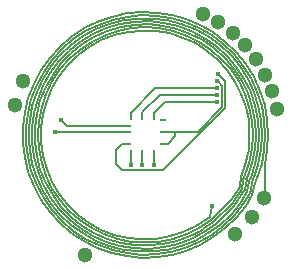
<source format=gbr>
G04 #@! TF.GenerationSoftware,KiCad,Pcbnew,5.0.2-bee76a0~70~ubuntu18.04.1*
G04 #@! TF.CreationDate,2019-07-03T17:26:22+02:00*
G04 #@! TF.ProjectId,lower_Sensor,6c6f7765-725f-4536-956e-736f722e6b69,rev?*
G04 #@! TF.SameCoordinates,Original*
G04 #@! TF.FileFunction,Copper,L2,Bot*
G04 #@! TF.FilePolarity,Positive*
%FSLAX46Y46*%
G04 Gerber Fmt 4.6, Leading zero omitted, Abs format (unit mm)*
G04 Created by KiCad (PCBNEW 5.0.2-bee76a0~70~ubuntu18.04.1) date Mi 03 Jul 2019 17:26:22 CEST*
%MOMM*%
%LPD*%
G01*
G04 APERTURE LIST*
G04 #@! TA.AperFunction,SMDPad,CuDef*
%ADD10R,0.250000X0.500000*%
G04 #@! TD*
G04 #@! TA.AperFunction,SMDPad,CuDef*
%ADD11R,0.500000X0.250000*%
G04 #@! TD*
G04 #@! TA.AperFunction,ComponentPad*
%ADD12C,1.300000*%
G04 #@! TD*
G04 #@! TA.AperFunction,ViaPad*
%ADD13C,0.450000*%
G04 #@! TD*
G04 #@! TA.AperFunction,Conductor*
%ADD14C,0.130000*%
G04 #@! TD*
G04 APERTURE END LIST*
D10*
G04 #@! TO.P,REF\002A\002A,D4i*
G04 #@! TO.N,ISFET1_D4*
X108750000Y-78500000D03*
G04 #@! TO.P,REF\002A\002A,D3i*
G04 #@! TO.N,ISFET1_D3*
X109750000Y-78500000D03*
G04 #@! TO.P,REF\002A\002A,D2i*
G04 #@! TO.N,ISFET1_D2*
X110750000Y-78500000D03*
D11*
G04 #@! TO.P,REF\002A\002A,ELEC*
G04 #@! TO.N,ELEC1*
X108500000Y-79750000D03*
G04 #@! TO.P,REF\002A\002A,O2*
G04 #@! TO.N,O2_ELEC1*
X108500000Y-79250000D03*
G04 #@! TO.P,REF\002A\002A,G*
G04 #@! TO.N,N/C*
X108500000Y-80750000D03*
D10*
G04 #@! TO.P,REF\002A\002A,D3m*
G04 #@! TO.N,REFFET1_D3*
X109750000Y-81500000D03*
G04 #@! TO.P,REF\002A\002A,D4m*
G04 #@! TO.N,REFFET1_D4*
X108750000Y-81500000D03*
G04 #@! TO.P,REF\002A\002A,D2m*
G04 #@! TO.N,REFFET1_D2*
X110750000Y-81500000D03*
D11*
G04 #@! TO.P,REF\002A\002A,SUB*
G04 #@! TO.N,N/C*
X111500000Y-80750000D03*
G04 #@! TO.P,REF\002A\002A,S*
X111500000Y-79750000D03*
G04 #@! TO.P,REF\002A\002A,D1i*
G04 #@! TO.N,ISFET1_D1*
X111500000Y-78750000D03*
G04 #@! TD*
D12*
G04 #@! TO.P,J14,1*
G04 #@! TO.N,O2_ELEC1*
X99611180Y-75430380D03*
G04 #@! TD*
G04 #@! TO.P,J16,1*
G04 #@! TO.N,GNDD*
X117627400Y-88419940D03*
G04 #@! TD*
G04 #@! TO.P,J15,1*
G04 #@! TO.N,N/C*
X104863900Y-90159840D03*
G04 #@! TD*
G04 #@! TO.P,J13,1*
G04 #@! TO.N,ELEC1*
X98927920Y-77505560D03*
G04 #@! TD*
G04 #@! TO.P,J2,1*
G04 #@! TO.N,ISFET1_D3*
X120731280Y-76314300D03*
G04 #@! TD*
G04 #@! TO.P,J1,1*
G04 #@! TO.N,ISFET1_D2*
X121135140Y-77769720D03*
G04 #@! TD*
G04 #@! TO.P,J10,1*
G04 #@! TO.N,REFFET1_D2*
X114835940Y-69725540D03*
G04 #@! TD*
G04 #@! TO.P,J9,1*
G04 #@! TO.N,REFFET1_D3*
X116171980Y-70479920D03*
G04 #@! TD*
G04 #@! TO.P,J8,1*
G04 #@! TO.N,N/C*
X120078500Y-85303360D03*
G04 #@! TD*
G04 #@! TO.P,J7,1*
G04 #@! TO.N,REFFET1_D4*
X117378480Y-71368920D03*
G04 #@! TD*
G04 #@! TO.P,J5,1*
G04 #@! TO.N,N/C*
X118460520Y-72420480D03*
G04 #@! TD*
G04 #@! TO.P,J4,1*
G04 #@! TO.N,N/C*
X119400320Y-73606660D03*
G04 #@! TD*
G04 #@! TO.P,J3,1*
G04 #@! TO.N,ISFET1_D4*
X120162320Y-74937620D03*
G04 #@! TD*
G04 #@! TO.P,J6,1*
G04 #@! TO.N,GNDD*
X118988840Y-86984840D03*
G04 #@! TD*
D13*
G04 #@! TO.N,*
X115650000Y-85990000D03*
X116083482Y-75460889D03*
X116109996Y-74820000D03*
G04 #@! TO.N,REFFET1_D2*
X110770000Y-82530000D03*
G04 #@! TO.N,REFFET1_D3*
X109750022Y-82539990D03*
G04 #@! TO.N,REFFET1_D4*
X108750000Y-82539990D03*
G04 #@! TO.N,ISFET1_D4*
X116083482Y-76041746D03*
G04 #@! TO.N,ISFET1_D3*
X116080043Y-76624375D03*
G04 #@! TO.N,ISFET1_D2*
X116080044Y-77204393D03*
G04 #@! TO.N,ELEC1*
X102340000Y-79750008D03*
G04 #@! TO.N,O2_ELEC1*
X102850000Y-78730000D03*
G04 #@! TD*
D14*
G04 #@! TO.N,*
X119204237Y-83595763D02*
X119550000Y-82531613D01*
X114677858Y-88100000D02*
X114854425Y-88007885D01*
X114854425Y-88007885D02*
X115722978Y-87402021D01*
X114675000Y-88100000D02*
X114677858Y-88100000D01*
X117504743Y-85600937D02*
X118159361Y-84595267D01*
X115722978Y-87402021D02*
X117394124Y-85730876D01*
X118159361Y-84595267D02*
X118175000Y-84562794D01*
X117394124Y-85730876D02*
X117504743Y-85600937D01*
X113790542Y-88562912D02*
X114671880Y-88103119D01*
X102151822Y-85108601D02*
X102869522Y-86070252D01*
X100808303Y-78209923D02*
X100654857Y-79400015D01*
X107916233Y-89129599D02*
X109100808Y-89321111D01*
X101562980Y-84063052D02*
X102151822Y-85108601D01*
X101112676Y-77049210D02*
X100808303Y-78209923D01*
X101112675Y-82950788D02*
X101562980Y-84063052D01*
X101562981Y-75936946D02*
X101112676Y-77049210D01*
X100808302Y-81790076D02*
X101112675Y-82950788D01*
X102151822Y-74891399D02*
X101562981Y-75936946D01*
X100654857Y-80599984D02*
X100808302Y-81790076D01*
X110300146Y-70640428D02*
X109100810Y-70678887D01*
X110300146Y-89359571D02*
X111494545Y-89244351D01*
X102869523Y-73929746D02*
X102151822Y-74891399D01*
X104642480Y-72319593D02*
X103718790Y-73056210D01*
X105668614Y-71697543D02*
X104642480Y-72319593D01*
X106765871Y-71211821D02*
X105668614Y-71697543D01*
X107916233Y-70870399D02*
X106765871Y-71211821D01*
X109100810Y-70678887D02*
X107916233Y-70870399D01*
X119364384Y-80000000D02*
X119287503Y-78802516D01*
X119287502Y-81197484D02*
X119364384Y-80000000D01*
X113790543Y-71437088D02*
X112664419Y-71022665D01*
X103614367Y-73160633D02*
X102869523Y-73929746D01*
X119058121Y-82375313D02*
X119287502Y-81197484D01*
X119058122Y-77624687D02*
X118680005Y-76485858D01*
X103718790Y-73056210D02*
X103614367Y-73160633D01*
X118680003Y-83514143D02*
X119058121Y-82375313D01*
X118680005Y-76485858D02*
X118159364Y-75404736D01*
X119287503Y-78802516D02*
X119058122Y-77624687D01*
X118159364Y-75404736D02*
X117504744Y-74399064D01*
X111494546Y-70755649D02*
X110300146Y-70640428D01*
X117504744Y-74399064D02*
X116726901Y-73485365D01*
X116726901Y-73485365D02*
X115838593Y-72678626D01*
X100654857Y-79400015D02*
X100654857Y-80599984D01*
X102869522Y-86070252D02*
X103704317Y-86932247D01*
X109100808Y-89321111D02*
X110300146Y-89359571D01*
X112664419Y-71022665D02*
X111494546Y-70755649D01*
X115838593Y-72678626D02*
X114854424Y-71992113D01*
X118558451Y-83766549D02*
X118680003Y-83514143D01*
X114854424Y-71992113D02*
X113790543Y-71437088D01*
X103704317Y-86932247D02*
X104642479Y-87680405D01*
X104642479Y-87680405D02*
X105668614Y-88302455D01*
X105668614Y-88302455D02*
X106765870Y-88788177D01*
X106765870Y-88788177D02*
X107916233Y-89129599D01*
X111494545Y-89244351D02*
X112664418Y-88977335D01*
X112664418Y-88977335D02*
X113790542Y-88562912D01*
X119063502Y-85086498D02*
X119275000Y-84075000D01*
X119063502Y-85088503D02*
X119063502Y-85086498D01*
X117688968Y-87009416D02*
X118492062Y-86011408D01*
X116769314Y-87901173D02*
X117688968Y-87009416D01*
X115747042Y-88673157D02*
X116769314Y-87901173D01*
X113457954Y-89812987D02*
X114637643Y-89313669D01*
X112225835Y-90163554D02*
X113457954Y-89812987D01*
X110959998Y-90360046D02*
X112225835Y-90163554D01*
X109679596Y-90399495D02*
X110959998Y-90360046D01*
X108404061Y-90281299D02*
X109679596Y-90399495D01*
X114637643Y-89313669D02*
X115747042Y-88673157D01*
X107152698Y-90007248D02*
X108404061Y-90281299D01*
X105944508Y-89581500D02*
X107152698Y-90007248D01*
X102757122Y-87469464D02*
X103729928Y-88302912D01*
X101894113Y-86522787D02*
X102757122Y-87469464D01*
X119166429Y-75077728D02*
X118492063Y-73988592D01*
X113457959Y-70187014D02*
X112225837Y-69836446D01*
X119701842Y-76241488D02*
X119166429Y-75077728D01*
X117688972Y-72990586D02*
X116769315Y-72098827D01*
X118492063Y-73988592D02*
X117688972Y-72990586D01*
X118492062Y-86011408D02*
X119063502Y-85088503D01*
X120090187Y-77462227D02*
X119701842Y-76241488D01*
X120090186Y-85059814D02*
X120090186Y-82537773D01*
X120325569Y-81278579D02*
X120404430Y-80000000D01*
X120090186Y-82537773D02*
X120325569Y-81278579D01*
X119975000Y-85175000D02*
X120090186Y-85059814D01*
X104797789Y-89010502D02*
X105944508Y-89581500D01*
X99772722Y-81911799D02*
X100085179Y-83154125D01*
X120404430Y-80000000D02*
X120325570Y-78721421D01*
X114637648Y-70686333D02*
X113457959Y-70187014D01*
X116769315Y-72098827D02*
X115747043Y-71326843D01*
X115747043Y-71326843D02*
X114637648Y-70686333D01*
X120325570Y-78721421D02*
X120090187Y-77462227D01*
X100085180Y-76845874D02*
X99772723Y-78088199D01*
X109679596Y-69600504D02*
X108404070Y-69718697D01*
X108404070Y-69718697D02*
X107152699Y-69992750D01*
X107152699Y-69992750D02*
X105944509Y-70418498D01*
X112225837Y-69836446D02*
X110960000Y-69639954D01*
X105944509Y-70418498D02*
X104797790Y-70989496D01*
X104797790Y-70989496D02*
X103729929Y-71697086D01*
X103729929Y-71697086D02*
X102757125Y-72530533D01*
X99615304Y-80640510D02*
X99635082Y-80800240D01*
X110960000Y-69639954D02*
X109679596Y-69600504D01*
X102757125Y-72530533D02*
X101894114Y-73477211D01*
X100547933Y-75651368D02*
X100085180Y-76845874D01*
X101153973Y-74522776D02*
X100547933Y-75651368D01*
X99772723Y-78088199D02*
X99615304Y-79359488D01*
X99615304Y-79359488D02*
X99615304Y-80640510D01*
X103729928Y-88302912D02*
X104797789Y-89010502D01*
X101894114Y-73477211D02*
X101153973Y-74522776D01*
X99635082Y-80800240D02*
X99772722Y-81911799D01*
X100547931Y-84348629D02*
X101153972Y-85477223D01*
X100085179Y-83154125D02*
X100547931Y-84348629D01*
X101153972Y-85477223D02*
X101894113Y-86522787D01*
X119044720Y-84005420D02*
X119199660Y-83601560D01*
X118859300Y-84896960D02*
X118912640Y-84632800D01*
X118750000Y-85101871D02*
X118859300Y-84896960D01*
X118279851Y-85861187D02*
X118750000Y-85101871D01*
X117496826Y-86834255D02*
X118279851Y-85861187D01*
X116600154Y-87703727D02*
X117496826Y-86834255D01*
X115603427Y-88456420D02*
X116600154Y-87703727D01*
X118912640Y-84632800D02*
X119044720Y-84005420D01*
X114521755Y-89080924D02*
X115603427Y-88456420D01*
X113371542Y-89567767D02*
X114521755Y-89080924D01*
X112170214Y-89909573D02*
X113371542Y-89567767D01*
X110936008Y-90101155D02*
X112170214Y-89909573D01*
X109687603Y-90139618D02*
X110936008Y-90101155D01*
X108443943Y-90024376D02*
X109687603Y-90139618D01*
X107223843Y-89757172D02*
X108443943Y-90024376D01*
X106045858Y-89342067D02*
X107223843Y-89757172D01*
X104927789Y-88785336D02*
X106045858Y-89342067D01*
X120067541Y-78753372D02*
X119838040Y-77525644D01*
X115603429Y-71543580D02*
X114521756Y-70919076D01*
X116600155Y-72296272D02*
X115603429Y-71543580D01*
X119838039Y-82474356D02*
X120067540Y-81246628D01*
X117496827Y-73165745D02*
X116600155Y-72296272D01*
X119459399Y-83664589D02*
X119838039Y-82474356D01*
X114521756Y-70919076D02*
X113371547Y-70432234D01*
X119459400Y-76335412D02*
X119459125Y-76334813D01*
X119273320Y-84084160D02*
X119459399Y-83664589D01*
X118279851Y-74138812D02*
X117496827Y-73165745D01*
X118937366Y-75200734D02*
X118279851Y-74138812D01*
X120067540Y-81246628D02*
X120144430Y-80000000D01*
X119459125Y-76334813D02*
X118937366Y-75200734D01*
X102938119Y-87282808D02*
X103886613Y-88095427D01*
X119838040Y-77525644D02*
X119459400Y-76335412D01*
X120144430Y-80000000D02*
X120067541Y-78753372D01*
X112170215Y-70090427D02*
X110936010Y-69898845D01*
X110936010Y-69898845D02*
X109687607Y-69860381D01*
X107223844Y-70242826D02*
X106045860Y-70657931D01*
X108443944Y-69975622D02*
X107223844Y-70242826D01*
X109687607Y-69860381D02*
X108443944Y-69975622D01*
X102096671Y-86359784D02*
X102938119Y-87282808D01*
X101375031Y-85340354D02*
X102096671Y-86359784D01*
X100784132Y-84239960D02*
X101375031Y-85340354D01*
X100332944Y-83075305D02*
X100784132Y-84239960D01*
X113371547Y-70432234D02*
X112170215Y-70090427D01*
X106045860Y-70657931D02*
X104927790Y-71214662D01*
X104927790Y-71214662D02*
X103886614Y-71904571D01*
X102938119Y-72717190D02*
X102096674Y-73640211D01*
X102096674Y-73640211D02*
X101375032Y-74659644D01*
X101375032Y-74659644D02*
X100784133Y-75760038D01*
X100784133Y-75760038D02*
X100332945Y-76924693D01*
X100332945Y-76924693D02*
X100028296Y-78135973D01*
X100028296Y-78135973D02*
X99874811Y-79375494D01*
X103886614Y-71904571D02*
X102938119Y-72717190D01*
X99874811Y-79375494D02*
X99874811Y-80624504D01*
X99874811Y-80624504D02*
X99887570Y-80727549D01*
X103886613Y-88095427D02*
X104927789Y-88785336D01*
X99887570Y-80727549D02*
X100028295Y-81864025D01*
X100028295Y-81864025D02*
X100332944Y-83075305D01*
X118450000Y-85095548D02*
X118618000Y-84808060D01*
X117996653Y-85809908D02*
X118450000Y-85095548D01*
X117205423Y-86766340D02*
X117996653Y-85809908D01*
X116300555Y-87616068D02*
X117205423Y-86766340D01*
X114208567Y-88943683D02*
X115296326Y-88345683D01*
X113054444Y-89400632D02*
X114208567Y-88943683D01*
X111852152Y-89709328D02*
X113054444Y-89400632D01*
X110620651Y-89864902D02*
X111852152Y-89709328D01*
X109379348Y-89864902D02*
X110620651Y-89864902D01*
X108147849Y-89709327D02*
X109379348Y-89864902D01*
X106945554Y-89400631D02*
X108147849Y-89709327D01*
X105791431Y-88943682D02*
X106945554Y-89400631D01*
X104703674Y-88345683D02*
X105791431Y-88943682D01*
X103699443Y-87616067D02*
X104703674Y-88345683D01*
X111852153Y-70290672D02*
X110738621Y-70150000D01*
X100193532Y-81238835D02*
X100426126Y-82458141D01*
X110738621Y-70150000D02*
X109261379Y-70150000D01*
X117205426Y-73233662D02*
X116300556Y-72383932D01*
X117996654Y-74190092D02*
X117205426Y-73233662D01*
X115296326Y-88345683D02*
X116300555Y-87616068D01*
X118661776Y-75238157D02*
X117996654Y-74190092D01*
X119190291Y-76361311D02*
X118661776Y-75238157D01*
X118808500Y-83906360D02*
X118874540Y-83705700D01*
X118618000Y-84808060D02*
X118808500Y-83906360D01*
X119529117Y-82595883D02*
X119573871Y-82458146D01*
X119884407Y-80000000D02*
X119806467Y-78761164D01*
X100426126Y-82458141D02*
X100809707Y-83638684D01*
X113054445Y-70599368D02*
X111852153Y-70290672D01*
X115296325Y-71654316D02*
X114208568Y-71056317D01*
X116300556Y-72383932D02*
X115296325Y-71654316D01*
X114208568Y-71056317D02*
X113054445Y-70599368D01*
X100809707Y-83638684D02*
X101338223Y-84761842D01*
X119806466Y-81238835D02*
X119884407Y-80000000D01*
X119573871Y-82458146D02*
X119806466Y-81238835D01*
X119806467Y-78761164D02*
X119573873Y-77541858D01*
X119573873Y-77541858D02*
X119190291Y-76361311D01*
X106945555Y-70599367D02*
X105791432Y-71056316D01*
X108147847Y-70290671D02*
X106945555Y-70599367D01*
X105791432Y-71056316D02*
X104703675Y-71654315D01*
X104703675Y-71654315D02*
X103699441Y-72383933D01*
X103699441Y-72383933D02*
X102794576Y-73233658D01*
X102794576Y-73233658D02*
X102003346Y-74190091D01*
X109261379Y-70150000D02*
X108147847Y-70290671D01*
X102003346Y-74190091D02*
X101338224Y-75238156D01*
X100193533Y-78761163D02*
X100150000Y-79453104D01*
X100150000Y-79453104D02*
X100150000Y-80546894D01*
X100150000Y-80546894D02*
X100193532Y-81238835D01*
X101338224Y-75238156D02*
X100809708Y-76361314D01*
X102794576Y-86766340D02*
X103699443Y-87616067D01*
X100809708Y-76361314D02*
X100426127Y-77541858D01*
X100426127Y-77541858D02*
X100193533Y-78761163D01*
X101338223Y-84761842D02*
X102003345Y-85809907D01*
X102003345Y-85809907D02*
X102794576Y-86766340D01*
X118402100Y-84653120D02*
X118562120Y-83764120D01*
X118300000Y-84854826D02*
X118402100Y-84653120D01*
X117713113Y-85756442D02*
X118300000Y-84854826D01*
X117393661Y-86131689D02*
X117713113Y-85756442D01*
X116000702Y-87524648D02*
X117393661Y-86131689D01*
X110308479Y-89619438D02*
X111536035Y-89501019D01*
X109075843Y-89579909D02*
X110308479Y-89619438D01*
X107858377Y-89383080D02*
X109075843Y-89579909D01*
X114989204Y-88230224D02*
X116000702Y-87524648D01*
X106676074Y-89032179D02*
X107858377Y-89383080D01*
X112738397Y-70773411D02*
X111536042Y-70498982D01*
X118921003Y-76388288D02*
X118385907Y-75277149D01*
X104493729Y-72106348D02*
X103529521Y-72875278D01*
X113895786Y-71199340D02*
X112738397Y-70773411D01*
X114989205Y-71769776D02*
X113895786Y-71199340D01*
X116000702Y-72475352D02*
X114989205Y-71769776D01*
X118385907Y-75277149D02*
X117713113Y-74243556D01*
X112738395Y-89226589D02*
X113895781Y-88800662D01*
X111536035Y-89501019D02*
X112738395Y-89226589D01*
X117713113Y-74243556D02*
X116913675Y-73304491D01*
X119309619Y-77558736D02*
X118921003Y-76388288D01*
X119545369Y-78769274D02*
X119309619Y-77558736D01*
X119624384Y-80000000D02*
X119545369Y-78769274D01*
X118875000Y-83700000D02*
X118881722Y-83693278D01*
X118921003Y-83611711D02*
X119309618Y-82441264D01*
X119309618Y-82441264D02*
X119545367Y-81230732D01*
X116913675Y-73304491D02*
X116000702Y-72475352D01*
X102671546Y-86238791D02*
X103529519Y-87124719D01*
X118881722Y-83693278D02*
X118921003Y-83611711D01*
X119545367Y-81230732D02*
X119624384Y-80000000D01*
X107858385Y-70616916D02*
X106676075Y-70967819D01*
X110308479Y-70380561D02*
X109075844Y-70420089D01*
X111536042Y-70498982D02*
X110308479Y-70380561D01*
X109075844Y-70420089D02*
X107858385Y-70616916D01*
X106676075Y-70967819D02*
X105548354Y-71467027D01*
X101933918Y-85250438D02*
X102671546Y-86238791D01*
X105548354Y-71467027D02*
X104493729Y-72106348D01*
X104493728Y-87893650D02*
X105548353Y-88532971D01*
X103529519Y-87124719D02*
X104493728Y-87893650D01*
X100553097Y-81839777D02*
X100563421Y-81879150D01*
X100865921Y-76967282D02*
X100553098Y-78160221D01*
X101328729Y-75824136D02*
X100865921Y-76967282D01*
X102671547Y-73761207D02*
X101933919Y-74749560D01*
X101933919Y-74749560D02*
X101328729Y-75824136D01*
X100553098Y-78160221D02*
X100395391Y-79383357D01*
X100395391Y-80616642D02*
X100553097Y-81839777D01*
X103529521Y-72875278D02*
X102671547Y-73761207D01*
X100395391Y-79383357D02*
X100395391Y-80616642D01*
X113895781Y-88800662D02*
X114989204Y-88230224D01*
X105548353Y-88532971D02*
X106676074Y-89032179D01*
X100563421Y-81879150D02*
X100865920Y-83032716D01*
X100865920Y-83032716D02*
X101328728Y-84175861D01*
X101328728Y-84175861D02*
X101933918Y-85250438D01*
X118303040Y-83784440D02*
X118346220Y-83588860D01*
X118181120Y-84561680D02*
X118303040Y-83784440D01*
X117975380Y-84368105D02*
X118082060Y-83601560D01*
X117884603Y-84552182D02*
X117975380Y-84368105D01*
X115512682Y-87242817D02*
X117242815Y-85512685D01*
X114552180Y-87884604D02*
X115512682Y-87242817D01*
X113484077Y-88411334D02*
X114552180Y-87884604D01*
X112356376Y-88794135D02*
X113484077Y-88411334D01*
X111188354Y-89026469D02*
X112356376Y-88794135D01*
X117242815Y-85512685D02*
X117884603Y-84552182D01*
X108811646Y-89026468D02*
X109999999Y-89104358D01*
X112356377Y-71205865D02*
X111188356Y-70973532D01*
X113484077Y-71588666D02*
X112356377Y-71205865D01*
X116437756Y-73562250D02*
X115542380Y-72777026D01*
X115542380Y-72777026D02*
X114552181Y-72115396D01*
X119104358Y-80000000D02*
X119026469Y-78811645D01*
X118794135Y-77643623D02*
X118411337Y-76515928D01*
X118525393Y-83148067D02*
X118794134Y-82356377D01*
X111188356Y-70973532D02*
X110000005Y-70895642D01*
X117222977Y-74457623D02*
X116437756Y-73562250D01*
X117884606Y-75447824D02*
X117222977Y-74457623D01*
X118338600Y-83596480D02*
X118525393Y-83148067D01*
X107643623Y-71205864D02*
X106515923Y-71588665D01*
X118794134Y-82356377D02*
X119026467Y-81188355D01*
X110000005Y-70895642D02*
X108811644Y-70973531D01*
X108811644Y-70973531D02*
X107643623Y-71205864D01*
X114552181Y-72115396D02*
X113484077Y-71588666D01*
X119026467Y-81188355D02*
X119104358Y-80000000D01*
X109999999Y-89104358D02*
X111188354Y-89026469D01*
X118411337Y-76515928D02*
X117884606Y-75447824D01*
X119026469Y-78811645D02*
X118794135Y-77643623D01*
X105447824Y-72115393D02*
X104457623Y-72777022D01*
X104457623Y-72777022D02*
X103562250Y-73562243D01*
X103562250Y-73562243D02*
X102777023Y-74457622D01*
X106515923Y-71588665D02*
X105447824Y-72115393D01*
X107643622Y-88794134D02*
X108811646Y-89026468D01*
X106515922Y-88411333D02*
X107643622Y-88794134D01*
X105447823Y-87884605D02*
X106515922Y-88411333D01*
X101588665Y-83484076D02*
X102115395Y-84552181D01*
X102115394Y-75447823D02*
X101588666Y-76515922D01*
X101588666Y-76515922D02*
X101205865Y-77643622D01*
X101205865Y-77643622D02*
X100973532Y-78811643D01*
X102777023Y-74457622D02*
X102115394Y-75447823D01*
X101205864Y-82356377D02*
X101588665Y-83484076D01*
X100973531Y-81188354D02*
X101205864Y-82356377D01*
X100895642Y-80000000D02*
X100973531Y-81188354D01*
X100973532Y-78811643D02*
X100895642Y-80000000D01*
X102115395Y-84552181D02*
X102777026Y-85542380D01*
X104457622Y-87222976D02*
X105447823Y-87884605D01*
X102777026Y-85542380D02*
X103562247Y-86437752D01*
X103562247Y-86437752D02*
X104457622Y-87222976D01*
X115480647Y-86909093D02*
X115650000Y-85990000D01*
X115240349Y-87112252D02*
X115480647Y-86909093D01*
X114245615Y-87747267D02*
X115240349Y-87112252D01*
X113175126Y-88244025D02*
X114245615Y-87747267D01*
X112047971Y-88593673D02*
X113175126Y-88244025D01*
X110884274Y-88789963D02*
X112047971Y-88593673D01*
X109522932Y-88811100D02*
X110252037Y-88811100D01*
X108530595Y-88711270D02*
X109522932Y-88811100D01*
X107382605Y-88437691D02*
X108530595Y-88711270D01*
X106281323Y-88013541D02*
X107382605Y-88437691D01*
X110884275Y-71210037D02*
X109862637Y-71175880D01*
X112047972Y-71406327D02*
X110884275Y-71210037D01*
X113175127Y-71755975D02*
X112047972Y-71406327D01*
X114245617Y-72252733D02*
X113175127Y-71755975D01*
X118737380Y-81266672D02*
X118737380Y-78733328D01*
X115240351Y-72887748D02*
X114245617Y-72252733D01*
X118133326Y-76551173D02*
X117601073Y-75497879D01*
X109862637Y-71175880D02*
X109652346Y-71175880D01*
X118084600Y-83606640D02*
X118536720Y-82283300D01*
X107382606Y-71562307D02*
X106281324Y-71986457D01*
X116933179Y-74524927D02*
X116141558Y-73649672D01*
X116141558Y-73649672D02*
X115240351Y-72887748D01*
X110252037Y-88811100D02*
X110884274Y-88789963D01*
X117601073Y-75497879D02*
X116933179Y-74524927D01*
X118520441Y-77666014D02*
X118133326Y-76551173D01*
X118536720Y-82283300D02*
X118608271Y-81901869D01*
X118608271Y-81901869D02*
X118737380Y-81266672D01*
X101654482Y-77102118D02*
X101342692Y-78240336D01*
X118737380Y-78733328D02*
X118520441Y-77666014D01*
X109652346Y-71175880D02*
X108530594Y-71288728D01*
X108530594Y-71288728D02*
X107382606Y-71562307D01*
X105246407Y-72553607D02*
X104296319Y-73253635D01*
X104296319Y-73253635D02*
X103447998Y-74074067D01*
X106281324Y-71986457D02*
X105246407Y-72553607D01*
X103447998Y-74074067D02*
X102716610Y-75000238D01*
X102716610Y-75000238D02*
X102115191Y-76015633D01*
X102115191Y-76015633D02*
X101654482Y-77102118D01*
X102115190Y-83984365D02*
X102716609Y-84999760D01*
X101342692Y-78240336D02*
X101185398Y-79409925D01*
X101185398Y-79409925D02*
X101185398Y-80590073D01*
X101185398Y-80590073D02*
X101342691Y-81759663D01*
X101342691Y-81759663D02*
X101654480Y-82897880D01*
X101654480Y-82897880D02*
X102115190Y-83984365D01*
X102716609Y-84999760D02*
X103447998Y-85925932D01*
X103447998Y-85925932D02*
X104296315Y-86746360D01*
X104296315Y-86746360D02*
X105246406Y-87446391D01*
X105246406Y-87446391D02*
X106281323Y-88013541D01*
X115650000Y-85990000D02*
X115650000Y-85990000D01*
X115650000Y-85990000D02*
X115650000Y-85990000D01*
X119400320Y-73606660D02*
X119400320Y-73621900D01*
X116023228Y-75400635D02*
X116083482Y-75460889D01*
X108010000Y-80760000D02*
X108500000Y-80760000D01*
X107530000Y-81240000D02*
X108010000Y-80760000D01*
X116109996Y-74820000D02*
X116730000Y-75440004D01*
X116730000Y-75440004D02*
X116730000Y-77750000D01*
X116730000Y-77750000D02*
X111520000Y-82960000D01*
X111520000Y-82960000D02*
X108020000Y-82960000D01*
X107530000Y-82470000D02*
X107530000Y-81240000D01*
X108020000Y-82960000D02*
X107530000Y-82470000D01*
X116503483Y-75840145D02*
X116503483Y-77666517D01*
X116083482Y-75460889D02*
X116124227Y-75460889D01*
X116124227Y-75460889D02*
X116503483Y-75840145D01*
X116503483Y-77666517D02*
X114420000Y-79750000D01*
X114420000Y-79750000D02*
X111510000Y-79750000D01*
X112510000Y-80120000D02*
X112510000Y-79760000D01*
X111500000Y-80750000D02*
X111880000Y-80750000D01*
X111880000Y-80750000D02*
X112510000Y-80120000D01*
G04 #@! TO.N,REFFET1_D2*
X110770000Y-82530000D02*
X110770000Y-81560000D01*
G04 #@! TO.N,REFFET1_D3*
X109750022Y-82221792D02*
X109750022Y-82539990D01*
X109750022Y-81540022D02*
X109750022Y-82221792D01*
X109740000Y-81530000D02*
X109750022Y-81540022D01*
G04 #@! TO.N,REFFET1_D4*
X108750000Y-81510000D02*
X108750000Y-82539990D01*
G04 #@! TO.N,ISFET1_D4*
X116022188Y-75980452D02*
X116083482Y-76041746D01*
X108750000Y-78120000D02*
X110830000Y-76040000D01*
X108750000Y-78500000D02*
X108750000Y-78120000D01*
X110830000Y-76040000D02*
X116110000Y-76040000D01*
G04 #@! TO.N,ISFET1_D3*
X111200000Y-76620000D02*
X116100000Y-76620000D01*
X109750000Y-78500000D02*
X109750000Y-78070000D01*
X109750000Y-78070000D02*
X111200000Y-76620000D01*
G04 #@! TO.N,ISFET1_D2*
X120985280Y-77619860D02*
X120703340Y-77619860D01*
X121135140Y-77769720D02*
X120985280Y-77619860D01*
X110750000Y-78120000D02*
X111660000Y-77210000D01*
X110750000Y-78500000D02*
X110750000Y-78120000D01*
X111660000Y-77210000D02*
X116090000Y-77210000D01*
G04 #@! TO.N,ELEC1*
X108500000Y-79750000D02*
X102340008Y-79750000D01*
X102340008Y-79750000D02*
X102340000Y-79750008D01*
G04 #@! TO.N,O2_ELEC1*
X108490000Y-79250000D02*
X108510000Y-79230000D01*
X102850000Y-78730000D02*
X103370000Y-79250000D01*
X103370000Y-79250000D02*
X108490000Y-79250000D01*
G04 #@! TD*
M02*

</source>
